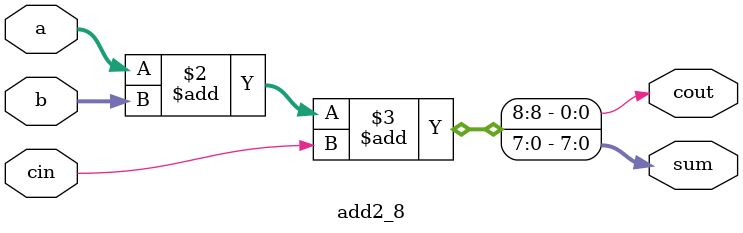
<source format=v>
module add2_8(a, b, cin, sum, cout);
  output reg [7:0] sum;
  output reg cout;
  input [7:0] a;
  input [7:0] b;
  input cin;

  always @(a, b, cin)
    {cout, sum} = a + b + cin;
endmodule

</source>
